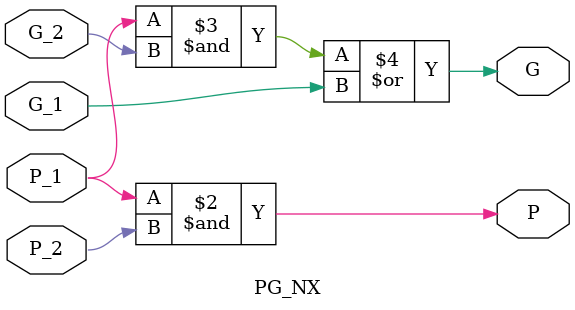
<source format=v>

module Kogge (A,B,Cin,Sum);

parameter N = 4;

input [N-1:0] A, B;
input Cin;
output [N:0] Sum;

wire P[3:1][N-1:-N/2];
wire G[3:1][N-1:-N/2];

wire [N:0] C;
wire [N-1:0] S;

assign C[0] = Cin;


// Make the wires 1 for the next stages

genvar a1, a2;

generate 
	for (a1=1; a1<3; a1=a1+1) begin: ini1
		for (a2=-N/2; a2<0; a2=a2+1) begin: ini2
			assign P[a1][a2] = 1'b1;
			assign G[a1][a2] = 1'b0;
		end
	end
endgenerate



// Stage - 1

genvar i;

generate
	for (i=0; i<N; i=i+1) begin : stage1
		PG I1 (A[i], B[i], P[1][i], G[1][i]);
	end
endgenerate


// Stage - 2

genvar j;

generate
	for (j=0; j<N; j=j+1) begin : stage2
		PG_NX I2 (P[1][j], G[1][j], P[1][j-1], G[1][j-1], P[2][j], G[2][j]);
	end
endgenerate


// Stage - 3

genvar k;

generate
	for (k=0; k<4; k=k+1) begin : stage3
		PG_NX I3 (P[2][k], G[2][k], P[2][k-2], G[2][k-2], P[3][k], G[3][k]);
	end
endgenerate

// Carry
genvar m;

generate
	for(m=0; m<N; m=m+1) begin: carry
		assign C[m+1] = (P[3][m] & C[0]) | G[3][m];
	end
endgenerate

// Sum
genvar n;

generate
	for(n=0; n<N; n=n+1) begin : sum
		assign S[n] = P[1][n] ^ C[n];		
	end
endgenerate

assign Sum = {C[4],S};

endmodule


module PG(A, B, P, G);
input A, B;
output reg P, G;

always@(*)
begin
	P = A ^ B;
	G = A & B;
end
endmodule


module PG_NX(P_1, G_1, P_2, G_2, P, G);
input P_1, G_1, P_2, G_2;
output reg P,G;

always@(*)
begin
	P = P_1 & P_2;				// P_i . P_{i-1}
	G = (P_1 & G_2) | G_1;		// (G_i + (P_i . G_{i-1}))
end
endmodule




////4 bit Kogge Stone

// module Kogge (A,B,Cin,Sum);

// parameter N = 4;

// input [3:0] A, B;
// input Cin;
// output [4:0] Sum;

// wire P[3:1][N-1:0];
// wire G[3:1][N-1:0];

// wire [N:0] C;
// wire [N-1:0] S;

// assign C[0] = Cin;

////Stage - 1

// genvar i;

// generate
	// for (i=0; i<4; i=i+1) begin : stage1
		// assign P[1][i] = A[i] ^ B[i]; 
		// assign G[1][i] = A[i] & B[i];
	// end
// endgenerate


////Stage - 2

// genvar j;

// assign P[2][0] = P[1][0];
// assign G[2][0] = G[1][0];

// generate
	// for (j=1; j<4; j=j+1) begin : stage2
		
		// assign P[2][j] = P[1][j] & P[1][j-1];
		// assign G[2][j] = G[1][j] | (P[1][j] & G[1][j-1]);
		
	// end
// endgenerate


////Stage - 3

// genvar k;

// assign P[3][0] = P[2][0];
// assign G[3][0] = G[2][0];

// assign P[3][1] = P[2][1];
// assign G[3][1] = G[2][1];

// generate
	
	// for (k=2; k<4; k=k+1) begin : stage3
		// assign P[3][k] = P[2][k] & P[2][k-2];
		// assign G[3][k] = G[2][k] | (P[2][k] & G[2][k-2]);
		
	// end
// endgenerate

// assign C[1] = (P[1][0] & C[0]) | G[1][0];
// assign C[2] = (P[2][1] & C[0]) | G[2][1];
// assign C[3] = (P[3][2] & C[0]) | G[3][2];
// assign C[4] = (P[3][3] & C[0]) | G[3][3];


// genvar l;

// generate
	// for(l=0; l<4; l=l+1) begin : sum
		
		// assign S[l] = P[1][l] ^ C[l];
		
	// end
// endgenerate

// assign Sum = {C[4],S};

// endmodule

</source>
